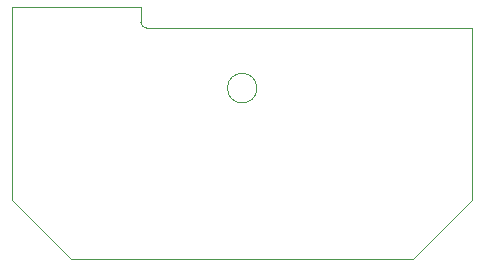
<source format=gbr>
G04 #@! TF.GenerationSoftware,KiCad,Pcbnew,(5.1.4)-1*
G04 #@! TF.CreationDate,2023-01-28T21:19:40+01:00*
G04 #@! TF.ProjectId,SEN-UP1-8xTH,53454e2d-5550-4312-9d38-7854482e6b69,V00.02*
G04 #@! TF.SameCoordinates,Original*
G04 #@! TF.FileFunction,Profile,NP*
%FSLAX46Y46*%
G04 Gerber Fmt 4.6, Leading zero omitted, Abs format (unit mm)*
G04 Created by KiCad (PCBNEW (5.1.4)-1) date 2023-01-28 21:19:40*
%MOMM*%
%LPD*%
G04 APERTURE LIST*
%ADD10C,0.050000*%
G04 APERTURE END LIST*
D10*
X110750000Y-125500000D02*
G75*
G03X110750000Y-125500000I-1250000J0D01*
G01*
X95000000Y-140000000D02*
X106000000Y-140000000D01*
X95000000Y-140000000D02*
X90000000Y-135000000D01*
X90000000Y-118600000D02*
X100900000Y-118600000D01*
X106000000Y-140000000D02*
X124000000Y-140000000D01*
X129000000Y-120400000D02*
X129000000Y-126000000D01*
X129000000Y-126000000D02*
X129000000Y-135000000D01*
X129000000Y-120400000D02*
X101400000Y-120400000D01*
X90000000Y-118600000D02*
X90000000Y-135000000D01*
X129000000Y-135000000D02*
X124000000Y-140000000D01*
X100900000Y-118600000D02*
X100900000Y-119900000D01*
X101400000Y-120400000D02*
G75*
G02X100900000Y-119900000I0J500000D01*
G01*
M02*

</source>
